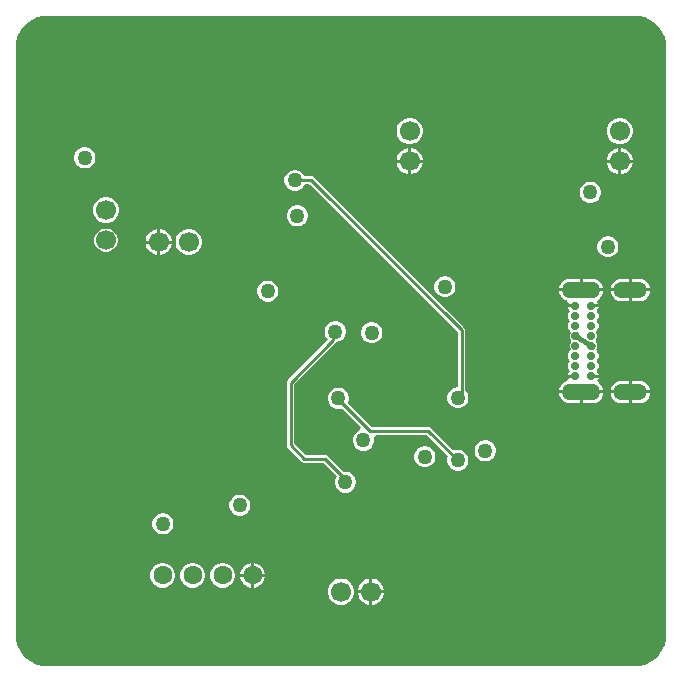
<source format=gbl>
G04*
G04 #@! TF.GenerationSoftware,Altium Limited,Altium Designer,24.9.1 (31)*
G04*
G04 Layer_Physical_Order=4*
G04 Layer_Color=16711680*
%FSLAX25Y25*%
%MOIN*%
G70*
G04*
G04 #@! TF.SameCoordinates,A3C4BDD5-98FE-4EBF-97C8-16CFD852CAFA*
G04*
G04*
G04 #@! TF.FilePolarity,Positive*
G04*
G01*
G75*
%ADD13C,0.01000*%
%ADD60R,0.13780X0.05906*%
%ADD66C,0.21654*%
%ADD67O,0.12795X0.05315*%
%ADD68O,0.11221X0.05315*%
%ADD69C,0.02756*%
%ADD70C,0.06693*%
%ADD71C,0.06299*%
%ADD72C,0.01772*%
%ADD73C,0.05000*%
G36*
X206693Y216535D02*
X207662Y216535D01*
X209564Y216157D01*
X211355Y215415D01*
X212967Y214338D01*
X214338Y212967D01*
X215415Y211355D01*
X216157Y209564D01*
X216535Y207662D01*
X216535Y206693D01*
X216535Y206693D01*
X216535Y206693D01*
Y9843D01*
Y8873D01*
X216157Y6972D01*
X215415Y5180D01*
X214338Y3568D01*
X212967Y2197D01*
X211355Y1120D01*
X209564Y378D01*
X207662Y0D01*
X9843D01*
X8873Y-0D01*
X6972Y378D01*
X5180Y1120D01*
X3568Y2197D01*
X2197Y3568D01*
X1120Y5180D01*
X378Y6972D01*
X-0Y8873D01*
X0Y9843D01*
Y206693D01*
Y207662D01*
X378Y209564D01*
X1120Y211355D01*
X2197Y212967D01*
X3568Y214338D01*
X5180Y215415D01*
X6972Y216157D01*
X8873Y216535D01*
X9843Y216535D01*
X9843Y216535D01*
X206693Y216535D01*
D02*
G37*
%LPC*%
G36*
X201753Y182575D02*
X200609D01*
X199503Y182279D01*
X198512Y181706D01*
X197703Y180897D01*
X197131Y179906D01*
X196835Y178801D01*
Y177656D01*
X197131Y176551D01*
X197703Y175560D01*
X198512Y174750D01*
X199503Y174178D01*
X200609Y173882D01*
X201753D01*
X202859Y174178D01*
X203850Y174750D01*
X204659Y175560D01*
X205231Y176551D01*
X205528Y177656D01*
Y178801D01*
X205231Y179906D01*
X204659Y180897D01*
X203850Y181706D01*
X202859Y182279D01*
X201753Y182575D01*
D02*
G37*
G36*
X131675D02*
X130530D01*
X129425Y182279D01*
X128434Y181706D01*
X127624Y180897D01*
X127052Y179906D01*
X126756Y178801D01*
Y177656D01*
X127052Y176551D01*
X127624Y175560D01*
X128434Y174750D01*
X129425Y174178D01*
X130530Y173882D01*
X131675D01*
X132780Y174178D01*
X133771Y174750D01*
X134580Y175560D01*
X135153Y176551D01*
X135449Y177656D01*
Y178801D01*
X135153Y179906D01*
X134580Y180897D01*
X133771Y181706D01*
X132780Y182279D01*
X131675Y182575D01*
D02*
G37*
G36*
X201753Y172575D02*
X201681D01*
Y168728D01*
X205528D01*
Y168801D01*
X205231Y169906D01*
X204659Y170897D01*
X203850Y171706D01*
X202859Y172279D01*
X201753Y172575D01*
D02*
G37*
G36*
X131675D02*
X131602D01*
Y168728D01*
X135449D01*
Y168801D01*
X135153Y169906D01*
X134580Y170897D01*
X133771Y171706D01*
X132780Y172279D01*
X131675Y172575D01*
D02*
G37*
G36*
X200681D02*
X200609D01*
X199503Y172279D01*
X198512Y171706D01*
X197703Y170897D01*
X197131Y169906D01*
X196835Y168801D01*
Y168728D01*
X200681D01*
Y172575D01*
D02*
G37*
G36*
X130602D02*
X130530D01*
X129425Y172279D01*
X128434Y171706D01*
X127624Y170897D01*
X127052Y169906D01*
X126756Y168801D01*
Y168728D01*
X130602D01*
Y172575D01*
D02*
G37*
G36*
X23295Y172791D02*
X22374D01*
X21484Y172553D01*
X20686Y172092D01*
X20034Y171440D01*
X19573Y170642D01*
X19335Y169752D01*
Y168831D01*
X19573Y167940D01*
X20034Y167142D01*
X20686Y166491D01*
X21484Y166030D01*
X22374Y165791D01*
X23295D01*
X24186Y166030D01*
X24984Y166491D01*
X25635Y167142D01*
X26096Y167940D01*
X26335Y168831D01*
Y169752D01*
X26096Y170642D01*
X25635Y171440D01*
X24984Y172092D01*
X24186Y172553D01*
X23295Y172791D01*
D02*
G37*
G36*
X205528Y167728D02*
X201681D01*
Y163882D01*
X201753D01*
X202859Y164178D01*
X203850Y164750D01*
X204659Y165560D01*
X205231Y166551D01*
X205528Y167656D01*
Y167728D01*
D02*
G37*
G36*
X200681D02*
X196835D01*
Y167656D01*
X197131Y166551D01*
X197703Y165560D01*
X198512Y164750D01*
X199503Y164178D01*
X200609Y163882D01*
X200681D01*
Y167728D01*
D02*
G37*
G36*
X135449D02*
X131602D01*
Y163882D01*
X131675D01*
X132780Y164178D01*
X133771Y164750D01*
X134580Y165560D01*
X135153Y166551D01*
X135449Y167656D01*
Y167728D01*
D02*
G37*
G36*
X130602D02*
X126756D01*
Y167656D01*
X127052Y166551D01*
X127624Y165560D01*
X128434Y164750D01*
X129425Y164178D01*
X130530Y163882D01*
X130602D01*
Y167728D01*
D02*
G37*
G36*
X191799Y161374D02*
X190878D01*
X189988Y161135D01*
X189190Y160675D01*
X188538Y160023D01*
X188077Y159225D01*
X187839Y158335D01*
Y157413D01*
X188077Y156523D01*
X188538Y155725D01*
X189190Y155073D01*
X189988Y154613D01*
X190878Y154374D01*
X191799D01*
X192690Y154613D01*
X193488Y155073D01*
X194139Y155725D01*
X194600Y156523D01*
X194839Y157413D01*
Y158335D01*
X194600Y159225D01*
X194139Y160023D01*
X193488Y160675D01*
X192690Y161135D01*
X191799Y161374D01*
D02*
G37*
G36*
X30494Y156197D02*
X29349D01*
X28244Y155901D01*
X27253Y155328D01*
X26443Y154519D01*
X25871Y153528D01*
X25575Y152423D01*
Y151278D01*
X25871Y150173D01*
X26443Y149182D01*
X27253Y148372D01*
X28244Y147800D01*
X29349Y147504D01*
X30494D01*
X31599Y147800D01*
X32590Y148372D01*
X33399Y149182D01*
X33972Y150173D01*
X34268Y151278D01*
Y152423D01*
X33972Y153528D01*
X33399Y154519D01*
X32590Y155328D01*
X31599Y155901D01*
X30494Y156197D01*
D02*
G37*
G36*
X94162Y153500D02*
X93240D01*
X92350Y153261D01*
X91552Y152801D01*
X90900Y152149D01*
X90439Y151351D01*
X90201Y150461D01*
Y149539D01*
X90439Y148649D01*
X90900Y147851D01*
X91552Y147199D01*
X92350Y146739D01*
X93240Y146500D01*
X94162D01*
X95052Y146739D01*
X95850Y147199D01*
X96501Y147851D01*
X96962Y148649D01*
X97201Y149539D01*
Y150461D01*
X96962Y151351D01*
X96501Y152149D01*
X95850Y152801D01*
X95052Y153261D01*
X94162Y153500D01*
D02*
G37*
G36*
X48033Y145587D02*
X47961D01*
Y141740D01*
X51807D01*
Y141812D01*
X51511Y142918D01*
X50939Y143909D01*
X50129Y144718D01*
X49138Y145290D01*
X48033Y145587D01*
D02*
G37*
G36*
X46961D02*
X46888D01*
X45783Y145290D01*
X44792Y144718D01*
X43983Y143909D01*
X43410Y142918D01*
X43114Y141812D01*
Y141740D01*
X46961D01*
Y145587D01*
D02*
G37*
G36*
X30428Y145697D02*
X29415D01*
X28437Y145435D01*
X27560Y144928D01*
X26843Y144212D01*
X26337Y143335D01*
X26075Y142357D01*
Y141344D01*
X26337Y140366D01*
X26843Y139489D01*
X27560Y138772D01*
X28437Y138266D01*
X29415Y138004D01*
X30428D01*
X31406Y138266D01*
X32283Y138772D01*
X32999Y139489D01*
X33506Y140366D01*
X33768Y141344D01*
Y142357D01*
X33506Y143335D01*
X32999Y144212D01*
X32283Y144928D01*
X31406Y145435D01*
X30428Y145697D01*
D02*
G37*
G36*
X58033Y145587D02*
X56888D01*
X55783Y145290D01*
X54792Y144718D01*
X53983Y143909D01*
X53410Y142918D01*
X53114Y141812D01*
Y140668D01*
X53410Y139562D01*
X53983Y138571D01*
X54792Y137762D01*
X55783Y137190D01*
X56888Y136894D01*
X58033D01*
X59138Y137190D01*
X60129Y137762D01*
X60939Y138571D01*
X61511Y139562D01*
X61807Y140668D01*
Y141812D01*
X61511Y142918D01*
X60939Y143909D01*
X60129Y144718D01*
X59138Y145290D01*
X58033Y145587D01*
D02*
G37*
G36*
X51807Y140740D02*
X47961D01*
Y136894D01*
X48033D01*
X49138Y137190D01*
X50129Y137762D01*
X50939Y138571D01*
X51511Y139562D01*
X51807Y140668D01*
Y140740D01*
D02*
G37*
G36*
X46961D02*
X43114D01*
Y140668D01*
X43410Y139562D01*
X43983Y138571D01*
X44792Y137762D01*
X45783Y137190D01*
X46888Y136894D01*
X46961D01*
Y140740D01*
D02*
G37*
G36*
X197705Y143205D02*
X196783D01*
X195893Y142966D01*
X195095Y142505D01*
X194443Y141854D01*
X193983Y141056D01*
X193744Y140165D01*
Y139244D01*
X193983Y138354D01*
X194443Y137556D01*
X195095Y136904D01*
X195893Y136443D01*
X196783Y136205D01*
X197705D01*
X198595Y136443D01*
X199393Y136904D01*
X200045Y137556D01*
X200506Y138354D01*
X200744Y139244D01*
Y140165D01*
X200506Y141056D01*
X200045Y141854D01*
X199393Y142505D01*
X198595Y142966D01*
X197705Y143205D01*
D02*
G37*
G36*
X207677Y128965D02*
X205224D01*
Y125776D01*
X211300D01*
X211241Y126230D01*
X210872Y127120D01*
X210286Y127884D01*
X209522Y128470D01*
X208632Y128839D01*
X207677Y128965D01*
D02*
G37*
G36*
X192126D02*
X188886D01*
Y125776D01*
X195749D01*
X195689Y126230D01*
X195321Y127120D01*
X194735Y127884D01*
X193971Y128470D01*
X193081Y128839D01*
X192126Y128965D01*
D02*
G37*
G36*
X204224D02*
X201772D01*
X200817Y128839D01*
X199927Y128470D01*
X199163Y127884D01*
X198577Y127120D01*
X198208Y126230D01*
X198148Y125776D01*
X204224D01*
Y128965D01*
D02*
G37*
G36*
X187886D02*
X184646D01*
X183691Y128839D01*
X182801Y128470D01*
X182037Y127884D01*
X181451Y127120D01*
X181082Y126230D01*
X181022Y125776D01*
X187886D01*
Y128965D01*
D02*
G37*
G36*
X143374Y129878D02*
X142453D01*
X141562Y129639D01*
X140764Y129179D01*
X140113Y128527D01*
X139652Y127729D01*
X139413Y126839D01*
Y125917D01*
X139652Y125027D01*
X140113Y124229D01*
X140764Y123577D01*
X141562Y123117D01*
X142453Y122878D01*
X143374D01*
X144264Y123117D01*
X145062Y123577D01*
X145714Y124229D01*
X146175Y125027D01*
X146413Y125917D01*
Y126839D01*
X146175Y127729D01*
X145714Y128527D01*
X145062Y129179D01*
X144264Y129639D01*
X143374Y129878D01*
D02*
G37*
G36*
X211300Y124776D02*
X205224D01*
Y121587D01*
X207677D01*
X208632Y121712D01*
X209522Y122081D01*
X210286Y122667D01*
X210872Y123431D01*
X211241Y124321D01*
X211300Y124776D01*
D02*
G37*
G36*
X204224D02*
X198148D01*
X198208Y124321D01*
X198577Y123431D01*
X199163Y122667D01*
X199927Y122081D01*
X200817Y121712D01*
X201772Y121587D01*
X204224D01*
Y124776D01*
D02*
G37*
G36*
X84319Y128402D02*
X83398D01*
X82507Y128163D01*
X81709Y127702D01*
X81058Y127051D01*
X80597Y126252D01*
X80358Y125362D01*
Y124441D01*
X80597Y123551D01*
X81058Y122752D01*
X81709Y122101D01*
X82507Y121640D01*
X83398Y121402D01*
X84319D01*
X85209Y121640D01*
X86007Y122101D01*
X86659Y122752D01*
X87120Y123551D01*
X87358Y124441D01*
Y125362D01*
X87120Y126252D01*
X86659Y127051D01*
X86007Y127702D01*
X85209Y128163D01*
X84319Y128402D01*
D02*
G37*
G36*
X118965Y114524D02*
X118043D01*
X117153Y114285D01*
X116355Y113824D01*
X115703Y113173D01*
X115243Y112375D01*
X115004Y111484D01*
Y110563D01*
X115243Y109673D01*
X115703Y108875D01*
X116355Y108223D01*
X117153Y107762D01*
X118043Y107524D01*
X118965D01*
X119855Y107762D01*
X120653Y108223D01*
X121305Y108875D01*
X121765Y109673D01*
X122004Y110563D01*
Y111484D01*
X121765Y112375D01*
X121305Y113173D01*
X120653Y113824D01*
X119855Y114285D01*
X118965Y114524D01*
D02*
G37*
G36*
X207677Y94949D02*
X205224D01*
Y91760D01*
X211300D01*
X211241Y92215D01*
X210872Y93104D01*
X210286Y93868D01*
X209522Y94455D01*
X208632Y94823D01*
X207677Y94949D01*
D02*
G37*
G36*
X204224D02*
X201772D01*
X200817Y94823D01*
X199927Y94455D01*
X199163Y93868D01*
X198577Y93104D01*
X198208Y92215D01*
X198148Y91760D01*
X204224D01*
Y94949D01*
D02*
G37*
G36*
X195749Y124776D02*
X188386D01*
X181023D01*
X181082Y124321D01*
X181451Y123431D01*
X182037Y122667D01*
X182801Y122081D01*
X183580Y121758D01*
X183697Y121697D01*
X184120Y120647D01*
X184051Y120480D01*
X186417D01*
Y119480D01*
X184051D01*
X184401Y118633D01*
X184728Y118307D01*
X184401Y117981D01*
X184039Y117107D01*
Y116161D01*
X184401Y115287D01*
X184728Y114961D01*
X184401Y114634D01*
X184039Y113760D01*
Y112814D01*
X184401Y111940D01*
X184524Y111779D01*
X184779Y110938D01*
X184669Y110733D01*
X184664Y110681D01*
X184630Y110642D01*
X184560Y110422D01*
X184564Y110373D01*
X184562Y110369D01*
X184538Y110329D01*
X184507Y110096D01*
X184518Y110055D01*
X184502Y110014D01*
X184506Y109782D01*
X184527Y109734D01*
X184517Y109682D01*
X184539Y109575D01*
Y109567D01*
X184542Y109560D01*
X184564Y109453D01*
X184589Y109417D01*
X184588Y109373D01*
X184670Y109152D01*
X184704Y109117D01*
X184711Y109068D01*
X184829Y108867D01*
X184970Y108299D01*
X184885Y107854D01*
X184825Y107658D01*
X184539Y106968D01*
Y106221D01*
X184825Y105531D01*
X184401Y104595D01*
X184039Y103721D01*
Y102775D01*
X184401Y101901D01*
X184728Y101575D01*
X184401Y101249D01*
X184039Y100375D01*
Y99429D01*
X184401Y98555D01*
X184728Y98228D01*
X184401Y97902D01*
X184051Y97055D01*
X186417D01*
Y96055D01*
X184051D01*
X184120Y95888D01*
X183697Y94839D01*
X183580Y94777D01*
X182801Y94455D01*
X182037Y93868D01*
X181451Y93104D01*
X181082Y92215D01*
X181023Y91760D01*
X188386D01*
X195749D01*
X195689Y92215D01*
X195321Y93104D01*
X194735Y93868D01*
X194219Y94264D01*
X193748Y95208D01*
X194099Y96055D01*
X191732D01*
Y97055D01*
X194099D01*
X193748Y97902D01*
X193422Y98228D01*
X193748Y98555D01*
X194110Y99429D01*
Y100375D01*
X193748Y101249D01*
X193422Y101575D01*
X193748Y101901D01*
X194110Y102775D01*
Y103721D01*
X193748Y104595D01*
X193607Y104796D01*
X193386Y105625D01*
X193492Y105829D01*
X193497Y105883D01*
X193530Y105924D01*
X193597Y106149D01*
X193594Y106182D01*
X193610Y106221D01*
Y106222D01*
X193615Y106230D01*
X193647Y106463D01*
X193633Y106514D01*
X193651Y106563D01*
X193639Y106795D01*
X193620Y106834D01*
X193628Y106877D01*
X193610Y106965D01*
Y106968D01*
X193609Y106971D01*
X193581Y107106D01*
X193553Y107147D01*
X193554Y107197D01*
X193467Y107414D01*
X193432Y107449D01*
X193424Y107498D01*
X193303Y107695D01*
X193198Y108363D01*
X193309Y108832D01*
X193324Y108877D01*
X193610Y109567D01*
Y110315D01*
X193324Y111005D01*
X193748Y111940D01*
X194110Y112814D01*
Y113760D01*
X193748Y114634D01*
X193422Y114961D01*
X193748Y115287D01*
X194110Y116161D01*
Y117107D01*
X193748Y117981D01*
X193422Y118307D01*
X193748Y118633D01*
X194099Y119480D01*
X191732D01*
Y120480D01*
X194099D01*
X193748Y121327D01*
X194219Y122271D01*
X194735Y122667D01*
X195321Y123431D01*
X195689Y124321D01*
X195749Y124776D01*
D02*
G37*
G36*
X211300Y90760D02*
X205224D01*
Y87571D01*
X207677D01*
X208632Y87696D01*
X209522Y88065D01*
X210286Y88651D01*
X210872Y89415D01*
X211241Y90305D01*
X211300Y90760D01*
D02*
G37*
G36*
X204224D02*
X198148D01*
X198208Y90305D01*
X198577Y89415D01*
X199163Y88651D01*
X199927Y88065D01*
X200817Y87696D01*
X201772Y87571D01*
X204224D01*
Y90760D01*
D02*
G37*
G36*
X195749D02*
X188886D01*
Y87571D01*
X192126D01*
X193081Y87696D01*
X193971Y88065D01*
X194735Y88651D01*
X195321Y89415D01*
X195689Y90305D01*
X195749Y90760D01*
D02*
G37*
G36*
X187886D02*
X181022D01*
X181082Y90305D01*
X181451Y89415D01*
X182037Y88651D01*
X182801Y88065D01*
X183691Y87696D01*
X184646Y87571D01*
X187886D01*
Y90760D01*
D02*
G37*
G36*
X93374Y165311D02*
X92453D01*
X91562Y165073D01*
X90764Y164612D01*
X90113Y163960D01*
X89652Y163162D01*
X89413Y162272D01*
Y161350D01*
X89652Y160460D01*
X90113Y159662D01*
X90764Y159010D01*
X91562Y158549D01*
X92453Y158311D01*
X93374D01*
X94264Y158549D01*
X95062Y159010D01*
X95714Y159662D01*
X96175Y160460D01*
X96251Y160745D01*
X97635D01*
X147113Y111267D01*
Y92870D01*
X146783D01*
X145893Y92632D01*
X145095Y92171D01*
X144443Y91519D01*
X143983Y90721D01*
X143744Y89831D01*
Y88909D01*
X143983Y88019D01*
X144443Y87221D01*
X145095Y86569D01*
X145893Y86109D01*
X146783Y85870D01*
X147705D01*
X148595Y86109D01*
X149393Y86569D01*
X150045Y87221D01*
X150506Y88019D01*
X150744Y88909D01*
Y89831D01*
X150506Y90721D01*
X150045Y91519D01*
X149738Y91826D01*
Y111811D01*
X149638Y112313D01*
X149353Y112739D01*
X99107Y162986D01*
X98681Y163270D01*
X98179Y163370D01*
X96055D01*
X95714Y163960D01*
X95062Y164612D01*
X94264Y165073D01*
X93374Y165311D01*
D02*
G37*
G36*
X156788Y75126D02*
X155866D01*
X154976Y74888D01*
X154178Y74427D01*
X153526Y73775D01*
X153065Y72977D01*
X152827Y72087D01*
Y71165D01*
X153065Y70275D01*
X153526Y69477D01*
X154178Y68825D01*
X154976Y68365D01*
X155866Y68126D01*
X156788D01*
X157678Y68365D01*
X158476Y68825D01*
X159127Y69477D01*
X159588Y70275D01*
X159827Y71165D01*
Y72087D01*
X159588Y72977D01*
X159127Y73775D01*
X158476Y74427D01*
X157678Y74888D01*
X156788Y75126D01*
D02*
G37*
G36*
X136681Y73185D02*
X135760D01*
X134870Y72947D01*
X134071Y72486D01*
X133420Y71834D01*
X132959Y71036D01*
X132720Y70146D01*
Y69224D01*
X132959Y68334D01*
X133420Y67536D01*
X134071Y66884D01*
X134870Y66424D01*
X135760Y66185D01*
X136681D01*
X137571Y66424D01*
X138370Y66884D01*
X139021Y67536D01*
X139482Y68334D01*
X139720Y69224D01*
Y70146D01*
X139482Y71036D01*
X139021Y71834D01*
X138370Y72486D01*
X137571Y72947D01*
X136681Y73185D01*
D02*
G37*
G36*
X107843Y92673D02*
X106921D01*
X106031Y92435D01*
X105233Y91974D01*
X104581Y91322D01*
X104120Y90524D01*
X103882Y89634D01*
Y88713D01*
X104120Y87822D01*
X104581Y87024D01*
X105233Y86373D01*
X106031Y85912D01*
X106921Y85673D01*
X107843D01*
X108575Y85869D01*
X114834Y79611D01*
X114535Y78495D01*
X114397Y78458D01*
X113599Y77998D01*
X112947Y77346D01*
X112487Y76548D01*
X112248Y75658D01*
Y74736D01*
X112487Y73846D01*
X112947Y73048D01*
X113599Y72396D01*
X114397Y71935D01*
X115287Y71697D01*
X116209D01*
X117099Y71935D01*
X117897Y72396D01*
X118549Y73048D01*
X119009Y73846D01*
X119248Y74736D01*
Y75658D01*
X119147Y76034D01*
X119801Y77034D01*
X136858D01*
X144002Y69889D01*
X143983Y69855D01*
X143744Y68965D01*
Y68043D01*
X143983Y67153D01*
X144443Y66355D01*
X145095Y65703D01*
X145893Y65242D01*
X146783Y65004D01*
X147705D01*
X148595Y65242D01*
X149393Y65703D01*
X150045Y66355D01*
X150506Y67153D01*
X150744Y68043D01*
Y68965D01*
X150506Y69855D01*
X150045Y70653D01*
X149393Y71305D01*
X148595Y71765D01*
X147705Y72004D01*
X146783D01*
X145893Y71765D01*
X145859Y71746D01*
X138330Y79275D01*
X137904Y79559D01*
X137402Y79659D01*
X118498D01*
X110530Y87627D01*
X110643Y87822D01*
X110882Y88713D01*
Y89634D01*
X110643Y90524D01*
X110183Y91322D01*
X109531Y91974D01*
X108733Y92435D01*
X107843Y92673D01*
D02*
G37*
G36*
X106760Y114917D02*
X105838D01*
X104948Y114679D01*
X104150Y114218D01*
X103498Y113566D01*
X103038Y112768D01*
X102799Y111878D01*
Y110957D01*
X103038Y110066D01*
X103498Y109268D01*
X103979Y108788D01*
X90509Y95318D01*
X90224Y94892D01*
X90124Y94390D01*
Y73524D01*
X90224Y73021D01*
X90509Y72596D01*
X95036Y68068D01*
X95462Y67783D01*
X95965Y67683D01*
X102507D01*
X106899Y63292D01*
X106483Y62571D01*
X106244Y61681D01*
Y60760D01*
X106483Y59869D01*
X106943Y59071D01*
X107595Y58420D01*
X108393Y57959D01*
X109283Y57721D01*
X110205D01*
X111095Y57959D01*
X111893Y58420D01*
X112545Y59071D01*
X113006Y59869D01*
X113244Y60760D01*
Y61681D01*
X113006Y62571D01*
X112545Y63370D01*
X111893Y64021D01*
X111095Y64482D01*
X110205Y64720D01*
X109283D01*
X109204Y64699D01*
X103979Y69924D01*
X103553Y70209D01*
X103051Y70309D01*
X96508D01*
X92750Y74067D01*
Y93846D01*
X106482Y107578D01*
X106708Y107917D01*
X106760D01*
X107650Y108156D01*
X108448Y108617D01*
X109100Y109268D01*
X109561Y110066D01*
X109799Y110957D01*
Y111878D01*
X109561Y112768D01*
X109100Y113566D01*
X108448Y114218D01*
X107650Y114679D01*
X106760Y114917D01*
D02*
G37*
G36*
X75027Y57022D02*
X74106D01*
X73216Y56784D01*
X72417Y56323D01*
X71766Y55671D01*
X71305Y54873D01*
X71066Y53983D01*
Y53061D01*
X71305Y52171D01*
X71766Y51373D01*
X72417Y50722D01*
X73216Y50261D01*
X74106Y50022D01*
X75027D01*
X75917Y50261D01*
X76715Y50722D01*
X77367Y51373D01*
X77828Y52171D01*
X78066Y53061D01*
Y53983D01*
X77828Y54873D01*
X77367Y55671D01*
X76715Y56323D01*
X75917Y56784D01*
X75027Y57022D01*
D02*
G37*
G36*
X49364Y50815D02*
X48442D01*
X47552Y50576D01*
X46754Y50116D01*
X46102Y49464D01*
X45641Y48666D01*
X45403Y47776D01*
Y46854D01*
X45641Y45964D01*
X46102Y45166D01*
X46754Y44514D01*
X47552Y44053D01*
X48442Y43815D01*
X49364D01*
X50254Y44053D01*
X51052Y44514D01*
X51704Y45166D01*
X52164Y45964D01*
X52403Y46854D01*
Y47776D01*
X52164Y48666D01*
X51704Y49464D01*
X51052Y50116D01*
X50254Y50576D01*
X49364Y50815D01*
D02*
G37*
G36*
X79346Y34268D02*
X79299D01*
Y30618D01*
X82949D01*
Y30664D01*
X82666Y31720D01*
X82120Y32666D01*
X81347Y33439D01*
X80401Y33985D01*
X79346Y34268D01*
D02*
G37*
G36*
X78299D02*
X78253D01*
X77197Y33985D01*
X76251Y33439D01*
X75479Y32666D01*
X74932Y31720D01*
X74650Y30664D01*
Y30618D01*
X78299D01*
Y34268D01*
D02*
G37*
G36*
X82949Y29618D02*
X79299D01*
Y25969D01*
X79346D01*
X80401Y26251D01*
X81347Y26798D01*
X82120Y27570D01*
X82666Y28516D01*
X82949Y29572D01*
Y29618D01*
D02*
G37*
G36*
X78299D02*
X74650D01*
Y29572D01*
X74932Y28516D01*
X75479Y27570D01*
X76251Y26798D01*
X77197Y26251D01*
X78253Y25969D01*
X78299D01*
Y29618D01*
D02*
G37*
G36*
X69345Y34268D02*
X68253D01*
X67198Y33985D01*
X66251Y33439D01*
X65479Y32666D01*
X64932Y31720D01*
X64650Y30664D01*
Y29572D01*
X64932Y28516D01*
X65479Y27570D01*
X66251Y26798D01*
X67198Y26251D01*
X68253Y25969D01*
X69345D01*
X70401Y26251D01*
X71347Y26798D01*
X72120Y27570D01*
X72666Y28516D01*
X72949Y29572D01*
Y30664D01*
X72666Y31720D01*
X72120Y32666D01*
X71347Y33439D01*
X70401Y33985D01*
X69345Y34268D01*
D02*
G37*
G36*
X59346D02*
X58253D01*
X57197Y33985D01*
X56251Y33439D01*
X55479Y32666D01*
X54932Y31720D01*
X54650Y30664D01*
Y29572D01*
X54932Y28516D01*
X55479Y27570D01*
X56251Y26798D01*
X57197Y26251D01*
X58253Y25969D01*
X59346D01*
X60401Y26251D01*
X61347Y26798D01*
X62120Y27570D01*
X62666Y28516D01*
X62949Y29572D01*
Y30664D01*
X62666Y31720D01*
X62120Y32666D01*
X61347Y33439D01*
X60401Y33985D01*
X59346Y34268D01*
D02*
G37*
G36*
X49345D02*
X48253D01*
X47197Y33985D01*
X46251Y33439D01*
X45479Y32666D01*
X44932Y31720D01*
X44650Y30664D01*
Y29572D01*
X44932Y28516D01*
X45479Y27570D01*
X46251Y26798D01*
X47197Y26251D01*
X48253Y25969D01*
X49345D01*
X50401Y26251D01*
X51347Y26798D01*
X52120Y27570D01*
X52666Y28516D01*
X52949Y29572D01*
Y30664D01*
X52666Y31720D01*
X52120Y32666D01*
X51347Y33439D01*
X50401Y33985D01*
X49345Y34268D01*
D02*
G37*
G36*
X118761Y29051D02*
X118689D01*
Y25205D01*
X122535D01*
Y25277D01*
X122239Y26382D01*
X121667Y27373D01*
X120858Y28183D01*
X119867Y28755D01*
X118761Y29051D01*
D02*
G37*
G36*
X117689D02*
X117617D01*
X116511Y28755D01*
X115520Y28183D01*
X114711Y27373D01*
X114139Y26382D01*
X113842Y25277D01*
Y25205D01*
X117689D01*
Y29051D01*
D02*
G37*
G36*
X122535Y24205D02*
X118689D01*
Y20358D01*
X118761D01*
X119867Y20654D01*
X120858Y21227D01*
X121667Y22036D01*
X122239Y23027D01*
X122535Y24133D01*
Y24205D01*
D02*
G37*
G36*
X117689D02*
X113842D01*
Y24133D01*
X114139Y23027D01*
X114711Y22036D01*
X115520Y21227D01*
X116511Y20654D01*
X117617Y20358D01*
X117689D01*
Y24205D01*
D02*
G37*
G36*
X108761Y29051D02*
X107617D01*
X106511Y28755D01*
X105520Y28183D01*
X104711Y27373D01*
X104139Y26382D01*
X103842Y25277D01*
Y24133D01*
X104139Y23027D01*
X104711Y22036D01*
X105520Y21227D01*
X106511Y20654D01*
X107617Y20358D01*
X108761D01*
X109867Y20654D01*
X110858Y21227D01*
X111667Y22036D01*
X112239Y23027D01*
X112535Y24133D01*
Y25277D01*
X112239Y26382D01*
X111667Y27373D01*
X110858Y28183D01*
X109867Y28755D01*
X108761Y29051D01*
D02*
G37*
%LPD*%
G36*
X186665Y111299D02*
X186894Y111236D01*
X187102Y111138D01*
X187295Y111004D01*
X187461Y110843D01*
X187598Y110653D01*
X187701Y110445D01*
X187768Y110221D01*
X187795Y110000D01*
X191175Y107855D01*
X191177Y107854D01*
X191390Y107929D01*
X191622Y107968D01*
X191854Y107965D01*
X192083Y107925D01*
X192303Y107846D01*
X192508Y107732D01*
X192689Y107587D01*
X192842Y107409D01*
X192965Y107213D01*
X193051Y106996D01*
X193098Y106768D01*
X193110Y106535D01*
X193079Y106303D01*
X193012Y106079D01*
X192905Y105874D01*
X192768Y105685D01*
X192602Y105524D01*
X192409Y105390D01*
X192197Y105295D01*
X191969Y105236D01*
X191736Y105213D01*
X191504Y105232D01*
X191279Y105291D01*
X191067Y105386D01*
X190874Y105512D01*
X190705Y105673D01*
X190563Y105858D01*
X190457Y106067D01*
X190386Y106291D01*
X190354Y106508D01*
X186949Y108669D01*
X186736Y108598D01*
X186504Y108567D01*
X186272Y108571D01*
X186043Y108614D01*
X185823Y108697D01*
X185622Y108815D01*
X185445Y108965D01*
X185295Y109142D01*
X185177Y109343D01*
X185094Y109563D01*
X185047Y109791D01*
X185043Y110024D01*
X185075Y110256D01*
X185146Y110476D01*
X185256Y110681D01*
X185398Y110866D01*
X185567Y111028D01*
X185764Y111153D01*
X185976Y111248D01*
X186201Y111303D01*
X186433Y111319D01*
X186665Y111299D01*
D02*
G37*
D13*
X95965Y68996D02*
X103051D01*
X109744Y62303D01*
X91437Y73524D02*
X95965Y68996D01*
X109744Y61221D02*
Y62303D01*
X91437Y73524D02*
Y94390D01*
X105553Y110672D02*
X106299Y111417D01*
X91437Y94390D02*
X105553Y108506D01*
Y110672D01*
X107382Y88919D02*
X117955Y78347D01*
X107382Y88919D02*
Y89173D01*
X148425Y89956D02*
Y111811D01*
X147244Y89370D02*
X147839D01*
X148425Y89956D01*
X93160Y162057D02*
X98179D01*
X148425Y111811D01*
X92913Y161811D02*
X93160Y162057D01*
X137402Y78347D02*
X147244Y68504D01*
X117955Y78347D02*
X137402D01*
D60*
X7087Y118898D02*
D03*
Y97638D02*
D03*
D66*
X15748Y15748D02*
D03*
X200787D02*
D03*
Y200787D02*
D03*
X15748D02*
D03*
D67*
X188386Y91260D02*
D03*
Y125276D02*
D03*
D68*
X204724Y91260D02*
D03*
Y125276D02*
D03*
D69*
X186417Y96555D02*
D03*
Y99902D02*
D03*
Y103248D02*
D03*
Y106595D02*
D03*
Y109941D02*
D03*
Y113287D02*
D03*
Y116634D02*
D03*
Y119980D02*
D03*
X191732D02*
D03*
Y116634D02*
D03*
Y113287D02*
D03*
Y109941D02*
D03*
Y106595D02*
D03*
Y103248D02*
D03*
Y99902D02*
D03*
Y96555D02*
D03*
D70*
X201181Y168228D02*
D03*
Y178228D02*
D03*
X131102Y168228D02*
D03*
Y178228D02*
D03*
X47461Y141240D02*
D03*
X57461D02*
D03*
X118189Y24705D02*
D03*
X108189D02*
D03*
X29921Y141850D02*
D03*
Y151850D02*
D03*
D71*
X78799Y30118D02*
D03*
X68799D02*
D03*
X58799D02*
D03*
X48799D02*
D03*
D72*
X96496Y20827D02*
D03*
X62205Y52756D02*
D03*
X92126Y101969D02*
D03*
X129921Y42520D02*
D03*
X139764Y42913D02*
D03*
X150787Y42520D02*
D03*
X162992Y43307D02*
D03*
X172835D02*
D03*
X105905Y42913D02*
D03*
X101181Y59842D02*
D03*
X122835Y64173D02*
D03*
X96850Y65354D02*
D03*
X212992Y187795D02*
D03*
X207086Y175984D02*
D03*
X212992Y164173D02*
D03*
X207086Y152362D02*
D03*
X212992Y140551D02*
D03*
Y116929D02*
D03*
X207086Y105118D02*
D03*
X212992Y93307D02*
D03*
X207086Y81496D02*
D03*
X212992Y69685D02*
D03*
X207086Y57874D02*
D03*
X212992Y46063D02*
D03*
X207086Y34252D02*
D03*
X212992Y22441D02*
D03*
X195275Y175984D02*
D03*
Y152362D02*
D03*
X201181Y116929D02*
D03*
X195275Y81496D02*
D03*
X201181Y69685D02*
D03*
Y46063D02*
D03*
X183465Y199606D02*
D03*
X189370Y187795D02*
D03*
X183465Y175984D02*
D03*
X189370Y164173D02*
D03*
X183465Y81496D02*
D03*
X189370Y69685D02*
D03*
Y22441D02*
D03*
X183465Y10630D02*
D03*
X171653Y199606D02*
D03*
X177559Y187795D02*
D03*
X171653Y152362D02*
D03*
X177559Y116929D02*
D03*
X171653Y81496D02*
D03*
Y57874D02*
D03*
Y34252D02*
D03*
X177559Y22441D02*
D03*
X171653Y10630D02*
D03*
X159842Y199606D02*
D03*
X165748Y187795D02*
D03*
X159842Y175984D02*
D03*
X165748Y164173D02*
D03*
X159842Y152362D02*
D03*
X165748Y140551D02*
D03*
X159842Y128740D02*
D03*
X165748Y93307D02*
D03*
Y69685D02*
D03*
X159842Y34252D02*
D03*
X165748Y22441D02*
D03*
X159842Y10630D02*
D03*
X148031Y199606D02*
D03*
X153937Y187795D02*
D03*
X148031Y175984D02*
D03*
X153937Y164173D02*
D03*
Y140551D02*
D03*
Y116929D02*
D03*
Y93307D02*
D03*
X148031Y34252D02*
D03*
X153937Y22441D02*
D03*
X148031Y10630D02*
D03*
X136220Y199606D02*
D03*
X142126Y187795D02*
D03*
Y164173D02*
D03*
X136220Y152362D02*
D03*
X142126Y140551D02*
D03*
X136220Y105118D02*
D03*
Y34252D02*
D03*
X142126Y22441D02*
D03*
X136220Y10630D02*
D03*
X124409Y199606D02*
D03*
X130315Y187795D02*
D03*
X124409Y175984D02*
D03*
Y105118D02*
D03*
Y81496D02*
D03*
X130315Y69685D02*
D03*
X124409Y34252D02*
D03*
X130315Y22441D02*
D03*
X124409Y10630D02*
D03*
X112598Y199606D02*
D03*
X118504Y187795D02*
D03*
X112598Y128740D02*
D03*
X118504Y116929D02*
D03*
X100787Y199606D02*
D03*
X106693Y187795D02*
D03*
Y140551D02*
D03*
X100787Y128740D02*
D03*
X106693Y116929D02*
D03*
X100787Y10630D02*
D03*
X88976Y199606D02*
D03*
X94882Y187795D02*
D03*
Y140551D02*
D03*
Y93307D02*
D03*
X88976Y34252D02*
D03*
Y10630D02*
D03*
X77165Y199606D02*
D03*
X83071Y187795D02*
D03*
X77165Y175984D02*
D03*
X83071Y140551D02*
D03*
X77165Y128740D02*
D03*
Y105118D02*
D03*
X83071Y46063D02*
D03*
Y22441D02*
D03*
X65354Y199606D02*
D03*
X71260Y187795D02*
D03*
X65354Y175984D02*
D03*
X71260Y164173D02*
D03*
Y116929D02*
D03*
X65354Y105118D02*
D03*
X71260Y93307D02*
D03*
X65354Y57874D02*
D03*
Y34252D02*
D03*
X71260Y22441D02*
D03*
X53543Y199606D02*
D03*
X59449Y187795D02*
D03*
X53543Y175984D02*
D03*
X59449Y116929D02*
D03*
X53543Y34252D02*
D03*
X41732Y199606D02*
D03*
X47638Y187795D02*
D03*
X41732Y175984D02*
D03*
X47638Y164173D02*
D03*
Y116929D02*
D03*
X41732Y10630D02*
D03*
X29921Y199606D02*
D03*
X35827Y187795D02*
D03*
X29921Y175984D02*
D03*
X35827Y164173D02*
D03*
Y116929D02*
D03*
Y93307D02*
D03*
X29921Y81496D02*
D03*
Y57874D02*
D03*
X35827Y46063D02*
D03*
X29921Y34252D02*
D03*
X35827Y22441D02*
D03*
X29921Y10630D02*
D03*
X24016Y187795D02*
D03*
X18110Y175984D02*
D03*
X24016Y164173D02*
D03*
X18110Y128740D02*
D03*
X24016Y116929D02*
D03*
Y93307D02*
D03*
Y69685D02*
D03*
X18110Y57874D02*
D03*
X24016Y46063D02*
D03*
X18110Y34252D02*
D03*
X12205Y187795D02*
D03*
X6299Y175984D02*
D03*
Y152362D02*
D03*
Y128740D02*
D03*
Y81496D02*
D03*
X12205Y69685D02*
D03*
X6299Y57874D02*
D03*
X12205Y46063D02*
D03*
X6299Y34252D02*
D03*
X27463Y146735D02*
D03*
X25286Y144740D02*
D03*
X24471Y141902D02*
D03*
X25241Y139052D02*
D03*
X26934Y136632D02*
D03*
Y133680D02*
D03*
Y130727D02*
D03*
Y127774D02*
D03*
Y124821D02*
D03*
Y121869D02*
D03*
Y118916D02*
D03*
Y115963D02*
D03*
X26005Y113160D02*
D03*
X24152Y110861D02*
D03*
X21199D02*
D03*
X18247D02*
D03*
X15702Y112359D02*
D03*
X12913Y113328D02*
D03*
X9960D02*
D03*
X7007D02*
D03*
X4054D02*
D03*
X1102D02*
D03*
X2054Y103208D02*
D03*
X5007D02*
D03*
X7960D02*
D03*
X10912D02*
D03*
X13865D02*
D03*
X16058Y105185D02*
D03*
X18970Y105674D02*
D03*
X21923D02*
D03*
X24875D02*
D03*
X27812Y105369D02*
D03*
X30765Y105314D02*
D03*
X33694Y104940D02*
D03*
X36646D02*
D03*
X39597Y105040D02*
D03*
X42481Y105674D02*
D03*
X41829Y110861D02*
D03*
X38969Y111596D02*
D03*
X36017Y111519D02*
D03*
X33072Y111727D02*
D03*
X32373Y114596D02*
D03*
X32121Y117538D02*
D03*
Y120491D02*
D03*
Y123443D02*
D03*
Y126396D02*
D03*
Y129349D02*
D03*
Y132301D02*
D03*
Y135254D02*
D03*
X33604Y137807D02*
D03*
X35158Y140318D02*
D03*
X35180Y143271D02*
D03*
X33676Y145812D02*
D03*
D73*
X74567Y53522D02*
D03*
X96161Y77953D02*
D03*
X83858Y124902D02*
D03*
X100886Y82185D02*
D03*
X109744Y61221D02*
D03*
X107382Y89173D02*
D03*
X147244Y89370D02*
D03*
X93701Y150000D02*
D03*
X92913Y161811D02*
D03*
X147244Y68504D02*
D03*
X106299Y111417D02*
D03*
X156327Y71626D02*
D03*
X136221Y69685D02*
D03*
X115748Y75197D02*
D03*
X118504Y111024D02*
D03*
X48903Y47315D02*
D03*
X22835Y169291D02*
D03*
X197244Y139705D02*
D03*
X142913Y126378D02*
D03*
X191339Y157874D02*
D03*
M02*

</source>
